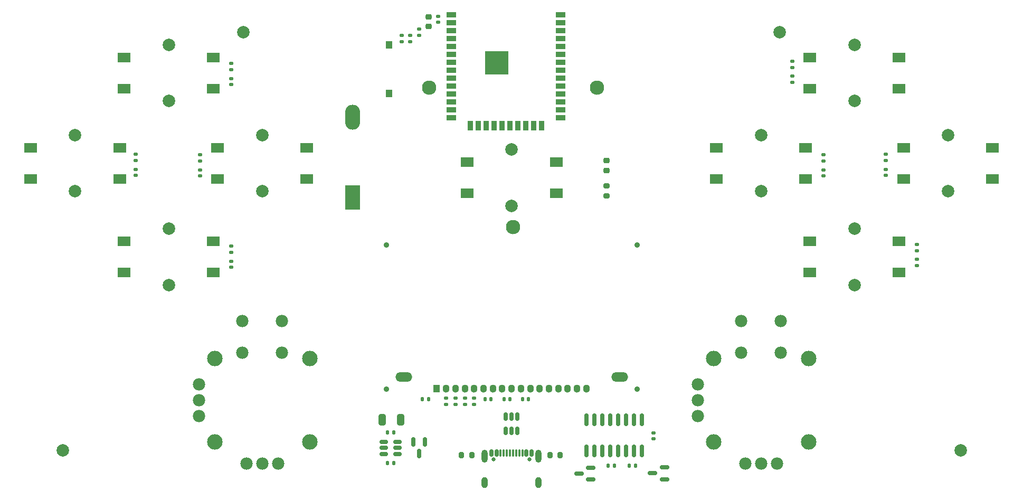
<source format=gbr>
%TF.GenerationSoftware,KiCad,Pcbnew,8.0.5*%
%TF.CreationDate,2025-03-17T23:34:23-04:00*%
%TF.ProjectId,Remote_Controller,52656d6f-7465-45f4-936f-6e74726f6c6c,rev?*%
%TF.SameCoordinates,Original*%
%TF.FileFunction,Soldermask,Top*%
%TF.FilePolarity,Negative*%
%FSLAX46Y46*%
G04 Gerber Fmt 4.6, Leading zero omitted, Abs format (unit mm)*
G04 Created by KiCad (PCBNEW 8.0.5) date 2025-03-17 23:34:23*
%MOMM*%
%LPD*%
G01*
G04 APERTURE LIST*
G04 Aperture macros list*
%AMRoundRect*
0 Rectangle with rounded corners*
0 $1 Rounding radius*
0 $2 $3 $4 $5 $6 $7 $8 $9 X,Y pos of 4 corners*
0 Add a 4 corners polygon primitive as box body*
4,1,4,$2,$3,$4,$5,$6,$7,$8,$9,$2,$3,0*
0 Add four circle primitives for the rounded corners*
1,1,$1+$1,$2,$3*
1,1,$1+$1,$4,$5*
1,1,$1+$1,$6,$7*
1,1,$1+$1,$8,$9*
0 Add four rect primitives between the rounded corners*
20,1,$1+$1,$2,$3,$4,$5,0*
20,1,$1+$1,$4,$5,$6,$7,0*
20,1,$1+$1,$6,$7,$8,$9,0*
20,1,$1+$1,$8,$9,$2,$3,0*%
G04 Aperture macros list end*
%ADD10C,2.000000*%
%ADD11RoundRect,0.140000X-0.170000X0.140000X-0.170000X-0.140000X0.170000X-0.140000X0.170000X0.140000X0*%
%ADD12RoundRect,0.140000X0.170000X-0.140000X0.170000X0.140000X-0.170000X0.140000X-0.170000X-0.140000X0*%
%ADD13R,2.000000X1.500000*%
%ADD14RoundRect,0.135000X0.185000X-0.135000X0.185000X0.135000X-0.185000X0.135000X-0.185000X-0.135000X0*%
%ADD15RoundRect,0.140000X0.140000X0.170000X-0.140000X0.170000X-0.140000X-0.170000X0.140000X-0.170000X0*%
%ADD16RoundRect,0.135000X0.135000X0.185000X-0.135000X0.185000X-0.135000X-0.185000X0.135000X-0.185000X0*%
%ADD17RoundRect,0.150000X-0.150000X0.587500X-0.150000X-0.587500X0.150000X-0.587500X0.150000X0.587500X0*%
%ADD18RoundRect,0.225000X0.250000X-0.225000X0.250000X0.225000X-0.250000X0.225000X-0.250000X-0.225000X0*%
%ADD19RoundRect,0.150000X-0.512500X-0.150000X0.512500X-0.150000X0.512500X0.150000X-0.512500X0.150000X0*%
%ADD20RoundRect,0.150000X-0.150000X0.825000X-0.150000X-0.825000X0.150000X-0.825000X0.150000X0.825000X0*%
%ADD21R,1.000000X1.250000*%
%ADD22C,1.982000*%
%ADD23C,2.490000*%
%ADD24RoundRect,0.200000X0.200000X0.275000X-0.200000X0.275000X-0.200000X-0.275000X0.200000X-0.275000X0*%
%ADD25C,0.900000*%
%ADD26R,1.100000X1.300000*%
%ADD27O,1.100000X1.300000*%
%ADD28O,2.700000X1.500000*%
%ADD29RoundRect,0.200000X-0.275000X0.200000X-0.275000X-0.200000X0.275000X-0.200000X0.275000X0.200000X0*%
%ADD30C,0.650000*%
%ADD31RoundRect,0.150000X-0.150000X-0.425000X0.150000X-0.425000X0.150000X0.425000X-0.150000X0.425000X0*%
%ADD32RoundRect,0.075000X-0.075000X-0.500000X0.075000X-0.500000X0.075000X0.500000X-0.075000X0.500000X0*%
%ADD33O,1.000000X2.100000*%
%ADD34O,1.000000X1.800000*%
%ADD35RoundRect,0.150000X0.587500X0.150000X-0.587500X0.150000X-0.587500X-0.150000X0.587500X-0.150000X0*%
%ADD36RoundRect,0.140000X-0.140000X-0.170000X0.140000X-0.170000X0.140000X0.170000X-0.140000X0.170000X0*%
%ADD37RoundRect,0.135000X-0.185000X0.135000X-0.185000X-0.135000X0.185000X-0.135000X0.185000X0.135000X0*%
%ADD38RoundRect,0.250000X0.325000X0.650000X-0.325000X0.650000X-0.325000X-0.650000X0.325000X-0.650000X0*%
%ADD39RoundRect,0.135000X-0.135000X-0.185000X0.135000X-0.185000X0.135000X0.185000X-0.135000X0.185000X0*%
%ADD40R,1.500000X0.900000*%
%ADD41R,0.900000X1.500000*%
%ADD42C,0.600000*%
%ADD43R,3.800000X3.800000*%
%ADD44RoundRect,0.218750X0.256250X-0.218750X0.256250X0.218750X-0.256250X0.218750X-0.256250X-0.218750X0*%
%ADD45RoundRect,0.200000X-0.200000X-0.275000X0.200000X-0.275000X0.200000X0.275000X-0.200000X0.275000X0*%
%ADD46RoundRect,0.150000X0.150000X-0.512500X0.150000X0.512500X-0.150000X0.512500X-0.150000X-0.512500X0*%
%ADD47C,2.300000*%
%ADD48R,2.410000X4.020000*%
%ADD49O,2.410000X4.020000*%
G04 APERTURE END LIST*
D10*
%TO.C,H4*%
X213000000Y-117000000D03*
%TD*%
%TO.C,H3*%
X69000000Y-117000000D03*
%TD*%
%TO.C,H2*%
X98000000Y-50000000D03*
%TD*%
%TO.C,H1*%
X184000000Y-50000000D03*
%TD*%
D11*
%TO.C,C313*%
X96000000Y-57410000D03*
X96000000Y-58370000D03*
%TD*%
D12*
%TO.C,C304*%
X132000000Y-109650000D03*
X132000000Y-108690000D03*
%TD*%
D10*
%TO.C,SW304*%
X196000000Y-81500000D03*
X196000000Y-90500000D03*
D13*
X188850000Y-83500000D03*
X203150000Y-83500000D03*
X188850000Y-88500000D03*
X203150000Y-88500000D03*
%TD*%
D12*
%TO.C,C305*%
X133500000Y-109650000D03*
X133500000Y-108690000D03*
%TD*%
D14*
%TO.C,R302*%
X190980000Y-70630000D03*
X190980000Y-69610000D03*
%TD*%
D11*
%TO.C,C312*%
X206000000Y-86410000D03*
X206000000Y-87370000D03*
%TD*%
%TO.C,C203*%
X123400000Y-50520000D03*
X123400000Y-51480000D03*
%TD*%
D15*
%TO.C,C301*%
X143730000Y-108850000D03*
X142770000Y-108850000D03*
%TD*%
D12*
%TO.C,C303*%
X130500000Y-109650000D03*
X130500000Y-108690000D03*
%TD*%
D16*
%TO.C,R205*%
X157525000Y-119500000D03*
X156505000Y-119500000D03*
%TD*%
D14*
%TO.C,R307*%
X91000000Y-70630000D03*
X91000000Y-69610000D03*
%TD*%
D11*
%TO.C,C316*%
X96000000Y-86725000D03*
X96000000Y-87685000D03*
%TD*%
D10*
%TO.C,SW307*%
X101000000Y-66500000D03*
X101000000Y-75500000D03*
D13*
X93850000Y-68500000D03*
X108150000Y-68500000D03*
X93850000Y-73500000D03*
X108150000Y-73500000D03*
%TD*%
D14*
%TO.C,R301*%
X186000000Y-55630000D03*
X186000000Y-54610000D03*
%TD*%
D11*
%TO.C,C314*%
X80720000Y-72000000D03*
X80720000Y-72960000D03*
%TD*%
D17*
%TO.C,Q103*%
X127137500Y-115662500D03*
X125237500Y-115662500D03*
X126187500Y-117537500D03*
%TD*%
D18*
%TO.C,C201*%
X127700000Y-49075000D03*
X127700000Y-47525000D03*
%TD*%
D11*
%TO.C,C315*%
X91000000Y-72040000D03*
X91000000Y-73000000D03*
%TD*%
D15*
%TO.C,C113*%
X122080000Y-114137500D03*
X121120000Y-114137500D03*
%TD*%
D11*
%TO.C,C309*%
X186000000Y-57040000D03*
X186000000Y-58000000D03*
%TD*%
D10*
%TO.C,SW303*%
X211000000Y-66500000D03*
X211000000Y-75500000D03*
D13*
X203850000Y-68500000D03*
X218150000Y-68500000D03*
X203850000Y-73500000D03*
X218150000Y-73500000D03*
%TD*%
D19*
%TO.C,U104*%
X120462500Y-115687500D03*
X120462500Y-116637500D03*
X120462500Y-117587500D03*
X122737500Y-117587500D03*
X122737500Y-116637500D03*
X122737500Y-115687500D03*
%TD*%
D20*
%TO.C,U203*%
X161910000Y-112150000D03*
X160640000Y-112150000D03*
X159370000Y-112150000D03*
X158100000Y-112150000D03*
X156830000Y-112150000D03*
X155560000Y-112150000D03*
X154290000Y-112150000D03*
X153020000Y-112150000D03*
X153020000Y-117100000D03*
X154290000Y-117100000D03*
X155560000Y-117100000D03*
X156830000Y-117100000D03*
X158100000Y-117100000D03*
X159370000Y-117100000D03*
X160640000Y-117100000D03*
X161910000Y-117100000D03*
%TD*%
D21*
%TO.C,SW201*%
X121300000Y-59775000D03*
X121300000Y-52025000D03*
%TD*%
D11*
%TO.C,C310*%
X191000000Y-72040000D03*
X191000000Y-73000000D03*
%TD*%
D15*
%TO.C,C111*%
X122080000Y-119037500D03*
X121120000Y-119037500D03*
%TD*%
D22*
%TO.C,JS302*%
X177825000Y-96300000D03*
X184175000Y-96300000D03*
X177825000Y-101380000D03*
X184175000Y-101380000D03*
X178460000Y-119160000D03*
X181000000Y-119160000D03*
X183540000Y-119160000D03*
D23*
X173380000Y-102332500D03*
X173380000Y-115667500D03*
X188620000Y-115667500D03*
X188620000Y-102332500D03*
D22*
X170840000Y-106460000D03*
X170840000Y-109000000D03*
X170840000Y-111540000D03*
%TD*%
D24*
%TO.C,R202*%
X134605000Y-117762500D03*
X132955000Y-117762500D03*
%TD*%
D14*
%TO.C,R306*%
X80720000Y-70590000D03*
X80720000Y-69570000D03*
%TD*%
D25*
%TO.C,U301*%
X120900000Y-84132500D03*
X120900000Y-107232500D03*
X161100000Y-84132500D03*
X161100000Y-107232500D03*
D26*
X129000000Y-107082500D03*
D27*
X130500000Y-107082500D03*
X132000000Y-107082500D03*
X133500000Y-107082500D03*
X135000000Y-107082500D03*
X136500000Y-107082500D03*
X138000000Y-107082500D03*
X139500000Y-107082500D03*
X141000000Y-107082500D03*
X142500000Y-107082500D03*
X144000000Y-107082500D03*
X145500000Y-107082500D03*
X147000000Y-107082500D03*
X148500000Y-107082500D03*
X150000000Y-107082500D03*
X151500000Y-107082500D03*
X153000000Y-107082500D03*
D28*
X123700000Y-105282500D03*
X158300000Y-105282500D03*
%TD*%
D14*
%TO.C,R308*%
X96000000Y-85315000D03*
X96000000Y-84295000D03*
%TD*%
D29*
%TO.C,R104*%
X156200000Y-74605000D03*
X156200000Y-76255000D03*
%TD*%
D30*
%TO.C,J201*%
X138090000Y-118500000D03*
X143870000Y-118500000D03*
D31*
X137780000Y-117425000D03*
X138580000Y-117425000D03*
D32*
X139730000Y-117425000D03*
X140730000Y-117425000D03*
X141230000Y-117425000D03*
X142230000Y-117425000D03*
D31*
X143380000Y-117425000D03*
X144180000Y-117425000D03*
X144180000Y-117425000D03*
X143380000Y-117425000D03*
D32*
X142730000Y-117425000D03*
X141730000Y-117425000D03*
X140230000Y-117425000D03*
X139230000Y-117425000D03*
D31*
X138580000Y-117425000D03*
X137780000Y-117425000D03*
D33*
X136660000Y-118000000D03*
D34*
X136660000Y-122180000D03*
D33*
X145300000Y-118000000D03*
D34*
X145300000Y-122180000D03*
%TD*%
D35*
%TO.C,Q202*%
X165497500Y-121650000D03*
X165497500Y-119750000D03*
X163622500Y-120700000D03*
%TD*%
D10*
%TO.C,SW101*%
X141000000Y-77800000D03*
X141000000Y-68800000D03*
D13*
X148150000Y-75800000D03*
X133850000Y-75800000D03*
X148150000Y-70800000D03*
X133850000Y-70800000D03*
%TD*%
D36*
%TO.C,C308*%
X139770000Y-108850000D03*
X140730000Y-108850000D03*
%TD*%
D12*
%TO.C,C306*%
X135000000Y-109650000D03*
X135000000Y-108690000D03*
%TD*%
D14*
%TO.C,R303*%
X201000000Y-70590000D03*
X201000000Y-69570000D03*
%TD*%
%TO.C,R305*%
X96000000Y-56000000D03*
X96000000Y-54980000D03*
%TD*%
D36*
%TO.C,C307*%
X136760000Y-108850000D03*
X137720000Y-108850000D03*
%TD*%
D22*
%TO.C,JS301*%
X97825000Y-96300000D03*
X104175000Y-96300000D03*
X97825000Y-101380000D03*
X104175000Y-101380000D03*
X98460000Y-119160000D03*
X101000000Y-119160000D03*
X103540000Y-119160000D03*
D23*
X93380000Y-102332500D03*
X93380000Y-115667500D03*
X108620000Y-115667500D03*
X108620000Y-102332500D03*
D22*
X90840000Y-106460000D03*
X90840000Y-109000000D03*
X90840000Y-111540000D03*
%TD*%
D37*
%TO.C,R201*%
X126200000Y-49490000D03*
X126200000Y-50510000D03*
%TD*%
D38*
%TO.C,C112*%
X123175000Y-112137500D03*
X120225000Y-112137500D03*
%TD*%
D39*
%TO.C,R204*%
X159840000Y-119500000D03*
X160860000Y-119500000D03*
%TD*%
D10*
%TO.C,SW306*%
X71000000Y-66500000D03*
X71000000Y-75500000D03*
D13*
X63850000Y-68500000D03*
X78150000Y-68500000D03*
X63850000Y-73500000D03*
X78150000Y-73500000D03*
%TD*%
D10*
%TO.C,SW302*%
X181000000Y-66500000D03*
X181000000Y-75500000D03*
D13*
X173850000Y-68500000D03*
X188150000Y-68500000D03*
X173850000Y-73500000D03*
X188150000Y-73500000D03*
%TD*%
D11*
%TO.C,C204*%
X124700000Y-50520000D03*
X124700000Y-51480000D03*
%TD*%
D10*
%TO.C,SW305*%
X86000000Y-52000000D03*
X86000000Y-61000000D03*
D13*
X78850000Y-54000000D03*
X93150000Y-54000000D03*
X78850000Y-59000000D03*
X93150000Y-59000000D03*
%TD*%
D10*
%TO.C,SW301*%
X196000000Y-52000000D03*
X196000000Y-61000000D03*
D13*
X188850000Y-54000000D03*
X203150000Y-54000000D03*
X188850000Y-59000000D03*
X203150000Y-59000000D03*
%TD*%
D36*
%TO.C,C302*%
X126690000Y-108800000D03*
X127650000Y-108800000D03*
%TD*%
D10*
%TO.C,SW308*%
X86000000Y-81500000D03*
X86000000Y-90500000D03*
D13*
X78850000Y-83500000D03*
X93150000Y-83500000D03*
X78850000Y-88500000D03*
X93150000Y-88500000D03*
%TD*%
D40*
%TO.C,U202*%
X131330000Y-47180000D03*
X131330000Y-48450000D03*
X131330000Y-49720000D03*
X131330000Y-50990000D03*
X131330000Y-52260000D03*
X131330000Y-53530000D03*
X131330000Y-54800000D03*
X131330000Y-56070000D03*
X131330000Y-57340000D03*
X131330000Y-58610000D03*
X131330000Y-59880000D03*
X131330000Y-61150000D03*
X131330000Y-62420000D03*
X131330000Y-63690000D03*
D41*
X134370000Y-64940000D03*
X135640000Y-64940000D03*
X136910000Y-64940000D03*
X138180000Y-64940000D03*
X139450000Y-64940000D03*
X140720000Y-64940000D03*
X141990000Y-64940000D03*
X143260000Y-64940000D03*
X144530000Y-64940000D03*
X145800000Y-64940000D03*
D40*
X148830000Y-63690000D03*
X148830000Y-62420000D03*
X148830000Y-61150000D03*
X148830000Y-59880000D03*
X148830000Y-58610000D03*
X148830000Y-57340000D03*
X148830000Y-56070000D03*
X148830000Y-54800000D03*
X148830000Y-53530000D03*
X148830000Y-52260000D03*
X148830000Y-50990000D03*
X148830000Y-49720000D03*
X148830000Y-48450000D03*
X148830000Y-47180000D03*
D42*
X137180000Y-54200000D03*
X137180000Y-55600000D03*
X137880000Y-53500000D03*
X137880000Y-54900000D03*
X137880000Y-56300000D03*
X138555000Y-54200000D03*
X138555000Y-55600000D03*
D43*
X138580000Y-54900000D03*
D42*
X139280000Y-53500000D03*
X139280000Y-54900000D03*
X139280000Y-56300000D03*
X139980000Y-54200000D03*
X139980000Y-55600000D03*
%TD*%
D35*
%TO.C,Q201*%
X153660000Y-121700000D03*
X153660000Y-119800000D03*
X151785000Y-120750000D03*
%TD*%
D44*
%TO.C,D102*%
X156200000Y-72162500D03*
X156200000Y-70587500D03*
%TD*%
D12*
%TO.C,C206*%
X163765000Y-115205000D03*
X163765000Y-114245000D03*
%TD*%
D11*
%TO.C,C311*%
X201000000Y-72000000D03*
X201000000Y-72960000D03*
%TD*%
D45*
%TO.C,R203*%
X147155000Y-117762500D03*
X148805000Y-117762500D03*
%TD*%
D12*
%TO.C,C202*%
X129200000Y-48380000D03*
X129200000Y-47420000D03*
%TD*%
D14*
%TO.C,R304*%
X206000000Y-85000000D03*
X206000000Y-83980000D03*
%TD*%
D46*
%TO.C,U201*%
X140030000Y-113887500D03*
X140980000Y-113887500D03*
X141930000Y-113887500D03*
X141930000Y-111612500D03*
X140980000Y-111612500D03*
X140030000Y-111612500D03*
%TD*%
D47*
%TO.C,BT101*%
X127770000Y-58865000D03*
X141260000Y-81215000D03*
X154740000Y-58865000D03*
D48*
X115480000Y-76485000D03*
D49*
X115480000Y-63605000D03*
%TD*%
M02*

</source>
